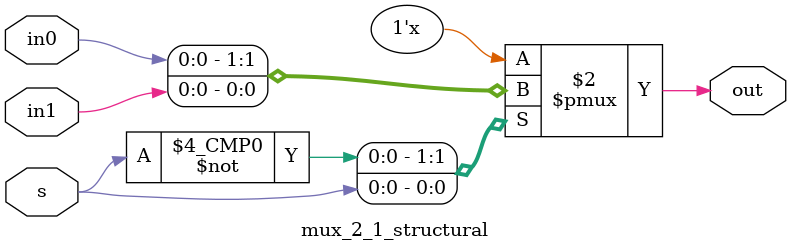
<source format=v>

module mux_2_1_structural(out, in0, in1, s);
  
	output out;
	input in0, in1, s;
	reg out;
	always @ (s or in0 or in1)
	begin
		case(s)
			1'b0: out = in0;
			1'b1: out = in1;
		endcase
	end
	
endmodule
</source>
